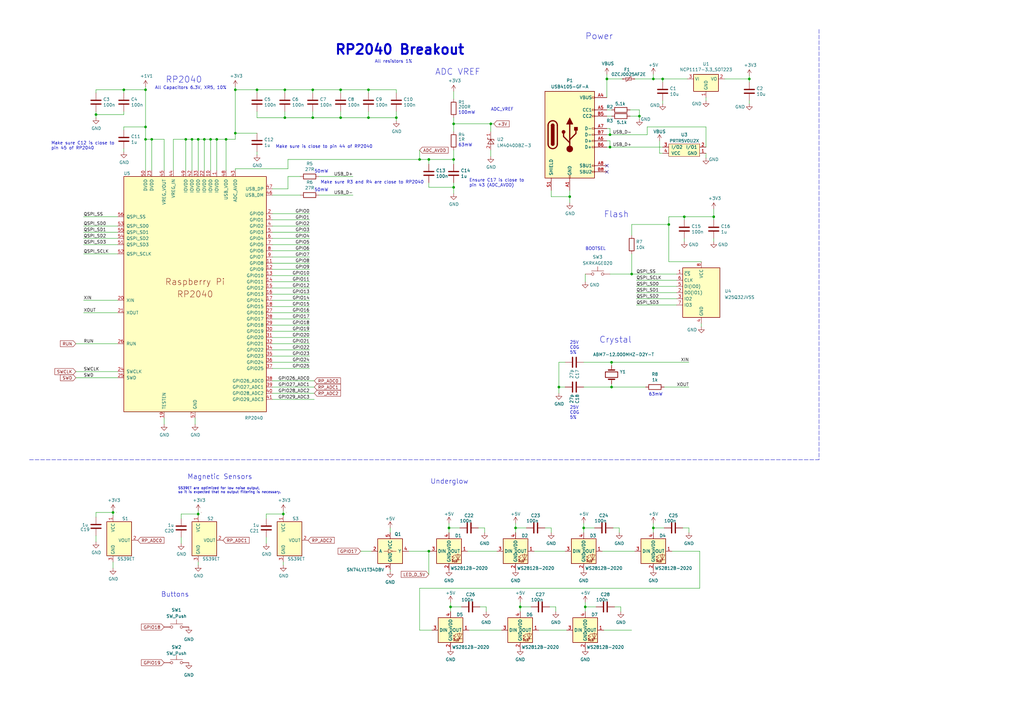
<source format=kicad_sch>
(kicad_sch (version 20230121) (generator eeschema)
  (paper "A3")
  (title_block (title "RP2040 Minimal Design Example") (date "2020-12-18") (rev "REV1") (company "Raspberry Pi (Trading) Ltd"))
  (junction (at 172.085 65.405))
  (junction (at 59.69 36.83))
  (junction (at 250.825 158.75))
  (junction (at 184.15 216.535))
  (junction (at 162.56 48.26))
  (junction (at 46.355 210.185))
  (junction (at 280.67 88.9))
  (junction (at 262.255 47.625))
  (junction (at 96.52 54.61))
  (junction (at 186.055 50.8))
  (junction (at 233.68 80.645))
  (junction (at 151.13 48.26))
  (junction (at 116.205 210.82))
  (junction (at 267.97 32.385))
  (junction (at 211.455 216.535))
  (junction (at 240.03 248.92))
  (junction (at 50.8 36.83))
  (junction (at 86.36 57.15))
  (junction (at 201.295 50.8))
  (junction (at 186.055 65.405))
  (junction (at 259.08 112.395))
  (junction (at 267.97 216.535))
  (junction (at 76.2 57.15))
  (junction (at 213.36 248.92))
  (junction (at 116.84 48.26))
  (junction (at 271.78 32.385))
  (junction (at 83.82 57.15))
  (junction (at 62.23 57.15))
  (junction (at 184.785 248.92))
  (junction (at 248.92 32.385))
  (junction (at 292.735 88.9))
  (junction (at 92.71 57.15))
  (junction (at 307.34 32.385))
  (junction (at 151.13 36.83))
  (junction (at 250.19 60.325))
  (junction (at 59.69 57.15))
  (junction (at 96.52 36.83))
  (junction (at 88.9 57.15))
  (junction (at 274.32 92.075))
  (junction (at 59.69 52.07))
  (junction (at 78.74 57.15))
  (junction (at 81.28 57.15))
  (junction (at 81.28 210.82))
  (junction (at 250.825 148.59))
  (junction (at 250.19 55.245))
  (junction (at 128.27 36.83))
  (junction (at 229.235 158.75))
  (junction (at 128.27 48.26))
  (junction (at 39.37 46.99))
  (junction (at 116.84 36.83))
  (junction (at 175.895 226.06))
  (junction (at 105.41 36.83))
  (junction (at 239.395 216.535))
  (junction (at 139.7 48.26))
  (junction (at 175.895 65.405))
  (junction (at 186.055 76.835))
  (junction (at 139.7 36.83))
  (no_connect (at 248.92 67.945))
  (no_connect (at 248.92 70.485))
  (wire (pts (xy 184.785 248.92) (xy 184.785 250.825)))
  (wire (pts (xy 34.29 100.33) (xy 48.26 100.33)))
  (wire (pts (xy 271.78 62.865) (xy 270.51 62.865)))
  (wire (pts (xy 92.71 69.85) (xy 92.71 57.15)))
  (wire (pts (xy 74.295 220.345) (xy 74.295 222.885)))
  (wire (pts (xy 116.205 210.82) (xy 109.22 210.82)))
  (wire (pts (xy 46.355 230.505) (xy 46.355 233.045)))
  (wire (pts (xy 191.77 226.06) (xy 203.835 226.06)))
  (wire (pts (xy 48.26 128.27) (xy 34.29 128.27)))
  (wire (pts (xy 59.69 36.83) (xy 59.69 52.07)))
  (wire (pts (xy 48.26 104.14) (xy 34.29 104.14)))
  (wire (pts (xy 281.94 32.385) (xy 271.78 32.385)))
  (wire (pts (xy 247.65 258.445) (xy 259.08 258.445)))
  (wire (pts (xy 39.37 36.83) (xy 50.8 36.83)))
  (wire (pts (xy 96.52 35.56) (xy 96.52 36.83)))
  (wire (pts (xy 239.395 216.535) (xy 243.84 216.535)))
  (wire (pts (xy 128.27 36.83) (xy 139.7 36.83)))
  (wire (pts (xy 250.825 157.48) (xy 250.825 158.75)))
  (wire (pts (xy 260.35 32.385) (xy 267.97 32.385)))
  (wire (pts (xy 50.8 60.96) (xy 50.8 62.23)))
  (wire (pts (xy 50.8 52.07) (xy 59.69 52.07)))
  (wire (pts (xy 292.735 90.17) (xy 292.735 88.9)))
  (wire (pts (xy 111.76 151.13) (xy 127 151.13)))
  (wire (pts (xy 111.76 140.97) (xy 127 140.97)))
  (wire (pts (xy 292.735 88.9) (xy 280.67 88.9)))
  (wire (pts (xy 239.395 148.59) (xy 250.825 148.59)))
  (wire (pts (xy 81.28 57.15) (xy 83.82 57.15)))
  (wire (pts (xy 240.03 248.92) (xy 244.475 248.92)))
  (wire (pts (xy 139.7 45.72) (xy 139.7 48.26)))
  (wire (pts (xy 250.825 45.085) (xy 248.92 45.085)))
  (wire (pts (xy 105.41 36.83) (xy 116.84 36.83)))
  (wire (pts (xy 240.03 112.395) (xy 240.03 115.57)))
  (wire (pts (xy 274.32 92.075) (xy 274.32 88.9)))
  (wire (pts (xy 48.26 88.9) (xy 34.29 88.9)))
  (wire (pts (xy 250.825 158.75) (xy 264.795 158.75)))
  (wire (pts (xy 213.36 248.92) (xy 217.805 248.92)))
  (wire (pts (xy 186.055 74.93) (xy 186.055 76.835)))
  (wire (pts (xy 160.02 216.535) (xy 160.02 218.44)))
  (wire (pts (xy 184.785 248.92) (xy 189.23 248.92)))
  (wire (pts (xy 46.355 209.55) (xy 46.355 210.185)))
  (wire (pts (xy 118.11 69.215) (xy 118.11 65.405)))
  (wire (pts (xy 297.18 32.385) (xy 307.34 32.385)))
  (wire (pts (xy 34.29 123.19) (xy 48.26 123.19)))
  (wire (pts (xy 250.19 60.325) (xy 271.78 60.325)))
  (wire (pts (xy 267.97 216.535) (xy 272.415 216.535)))
  (wire (pts (xy 88.9 57.15) (xy 92.71 57.15)))
  (wire (pts (xy 186.055 50.8) (xy 201.295 50.8)))
  (wire (pts (xy 81.28 69.85) (xy 81.28 57.15)))
  (wire (pts (xy 111.76 120.65) (xy 127 120.65)))
  (wire (pts (xy 184.15 216.535) (xy 184.15 218.44)))
  (wire (pts (xy 116.84 48.26) (xy 105.41 48.26)))
  (wire (pts (xy 172.085 258.445) (xy 177.165 258.445)))
  (wire (pts (xy 59.69 57.15) (xy 59.69 69.85)))
  (wire (pts (xy 116.205 210.82) (xy 116.205 211.455)))
  (wire (pts (xy 111.76 138.43) (xy 127 138.43)))
  (wire (pts (xy 111.76 92.71) (xy 127 92.71)))
  (wire (pts (xy 175.895 235.585) (xy 175.895 226.06)))
  (wire (pts (xy 111.76 118.11) (xy 127 118.11)))
  (wire (pts (xy 250.19 55.245) (xy 265.43 55.245)))
  (wire (pts (xy 248.92 47.625) (xy 250.825 47.625)))
  (wire (pts (xy 265.43 52.07) (xy 265.43 55.245)))
  (wire (pts (xy 233.68 80.645) (xy 233.68 83.185)))
  (wire (pts (xy 267.97 32.385) (xy 271.78 32.385)))
  (wire (pts (xy 213.36 248.92) (xy 213.36 250.825)))
  (wire (pts (xy 96.52 54.61) (xy 105.41 54.61)))
  (wire (pts (xy 128.27 38.1) (xy 128.27 36.83)))
  (wire (pts (xy 250.19 52.705) (xy 250.19 55.245)))
  (wire (pts (xy 219.075 226.06) (xy 231.775 226.06)))
  (wire (pts (xy 76.2 69.85) (xy 76.2 57.15)))
  (polyline (pts (xy 335.915 12.065) (xy 335.915 188.595)) (stroke (width 0) (type dash)))
  (wire (pts (xy 116.84 45.72) (xy 116.84 48.26)))
  (wire (pts (xy 96.52 36.83) (xy 96.52 54.61)))
  (wire (pts (xy 199.39 248.92) (xy 199.39 250.825)))
  (wire (pts (xy 81.28 209.55) (xy 81.28 210.82)))
  (wire (pts (xy 287.02 226.06) (xy 275.59 226.06)))
  (wire (pts (xy 250.825 149.86) (xy 250.825 148.59)))
  (wire (pts (xy 231.775 158.75) (xy 229.235 158.75)))
  (wire (pts (xy 198.755 216.535) (xy 198.755 218.44)))
  (wire (pts (xy 186.055 65.405) (xy 186.055 67.31)))
  (wire (pts (xy 287.655 132.715) (xy 287.655 133.985)))
  (wire (pts (xy 105.41 38.1) (xy 105.41 36.83)))
  (wire (pts (xy 248.92 32.385) (xy 248.92 40.005)))
  (wire (pts (xy 62.23 69.85) (xy 62.23 57.15)))
  (wire (pts (xy 254 216.535) (xy 251.46 216.535)))
  (wire (pts (xy 172.085 241.3) (xy 172.085 258.445)))
  (wire (pts (xy 109.22 220.345) (xy 109.22 222.885)))
  (wire (pts (xy 92.71 57.15) (xy 96.52 57.15)))
  (wire (pts (xy 262.255 47.625) (xy 262.255 48.895)))
  (wire (pts (xy 167.64 226.06) (xy 175.895 226.06)))
  (wire (pts (xy 175.895 226.06) (xy 176.53 226.06)))
  (wire (pts (xy 34.29 92.71) (xy 48.26 92.71)))
  (wire (pts (xy 184.15 214.63) (xy 184.15 216.535)))
  (wire (pts (xy 248.92 30.48) (xy 248.92 32.385)))
  (wire (pts (xy 267.97 30.48) (xy 267.97 32.385)))
  (wire (pts (xy 83.82 57.15) (xy 86.36 57.15)))
  (wire (pts (xy 111.76 87.63) (xy 127 87.63)))
  (wire (pts (xy 88.9 57.15) (xy 88.9 69.85)))
  (wire (pts (xy 111.76 107.95) (xy 127 107.95)))
  (wire (pts (xy 227.965 248.92) (xy 227.965 250.825)))
  (wire (pts (xy 240.03 248.92) (xy 240.03 250.825)))
  (wire (pts (xy 184.785 247.015) (xy 184.785 248.92)))
  (wire (pts (xy 172.085 61.595) (xy 172.085 65.405)))
  (wire (pts (xy 307.34 41.275) (xy 307.34 42.545)))
  (wire (pts (xy 162.56 38.1) (xy 162.56 36.83)))
  (wire (pts (xy 130.81 80.01) (xy 144.78 80.01)))
  (wire (pts (xy 250.19 112.395) (xy 259.08 112.395)))
  (wire (pts (xy 111.76 133.35) (xy 127 133.35)))
  (wire (pts (xy 271.78 41.275) (xy 271.78 42.545)))
  (wire (pts (xy 111.76 105.41) (xy 127 105.41)))
  (wire (pts (xy 81.28 210.82) (xy 74.295 210.82)))
  (wire (pts (xy 34.29 95.25) (xy 48.26 95.25)))
  (wire (pts (xy 151.13 38.1) (xy 151.13 36.83)))
  (wire (pts (xy 250.19 60.325) (xy 250.19 57.785)))
  (wire (pts (xy 118.11 72.39) (xy 123.19 72.39)))
  (wire (pts (xy 67.31 69.85) (xy 67.31 57.15)))
  (wire (pts (xy 151.13 45.72) (xy 151.13 48.26)))
  (wire (pts (xy 111.76 130.81) (xy 127 130.81)))
  (wire (pts (xy 80.01 171.45) (xy 80.01 173.99)))
  (wire (pts (xy 111.76 128.27) (xy 127 128.27)))
  (wire (pts (xy 259.08 104.14) (xy 259.08 112.395)))
  (wire (pts (xy 201.295 50.8) (xy 201.295 53.975)))
  (wire (pts (xy 39.37 46.99) (xy 39.37 48.26)))
  (wire (pts (xy 280.67 88.9) (xy 274.32 88.9)))
  (wire (pts (xy 186.055 61.595) (xy 186.055 65.405)))
  (wire (pts (xy 229.235 148.59) (xy 229.235 158.75)))
  (wire (pts (xy 31.115 140.97) (xy 48.26 140.97)))
  (wire (pts (xy 39.37 46.99) (xy 50.8 46.99)))
  (wire (pts (xy 227.965 248.92) (xy 225.425 248.92)))
  (wire (pts (xy 289.56 62.865) (xy 289.56 64.77)))
  (wire (pts (xy 111.76 125.73) (xy 127 125.73)))
  (polyline (pts (xy 12.065 188.595) (xy 335.915 188.595)) (stroke (width 0) (type dash)))
  (wire (pts (xy 111.76 115.57) (xy 127 115.57)))
  (wire (pts (xy 78.74 57.15) (xy 81.28 57.15)))
  (wire (pts (xy 282.575 216.535) (xy 280.035 216.535)))
  (wire (pts (xy 39.37 219.71) (xy 39.37 222.25)))
  (wire (pts (xy 151.13 48.26) (xy 162.56 48.26)))
  (wire (pts (xy 270.51 62.865) (xy 270.51 57.785)))
  (wire (pts (xy 31.115 152.4) (xy 48.26 152.4)))
  (wire (pts (xy 277.495 117.475) (xy 260.985 117.475)))
  (wire (pts (xy 211.455 214.63) (xy 211.455 216.535)))
  (wire (pts (xy 105.41 45.72) (xy 105.41 48.26)))
  (wire (pts (xy 71.12 57.15) (xy 76.2 57.15)))
  (wire (pts (xy 198.755 216.535) (xy 196.215 216.535)))
  (wire (pts (xy 262.255 45.085) (xy 262.255 47.625)))
  (wire (pts (xy 74.295 210.82) (xy 74.295 212.725)))
  (wire (pts (xy 175.895 65.405) (xy 186.055 65.405)))
  (wire (pts (xy 239.395 158.75) (xy 250.825 158.75)))
  (wire (pts (xy 151.13 36.83) (xy 162.56 36.83)))
  (wire (pts (xy 231.775 148.59) (xy 229.235 148.59)))
  (wire (pts (xy 186.055 48.26) (xy 186.055 50.8)))
  (wire (pts (xy 130.81 72.39) (xy 144.78 72.39)))
  (wire (pts (xy 280.67 90.17) (xy 280.67 88.9)))
  (wire (pts (xy 307.34 32.385) (xy 307.34 31.115)))
  (wire (pts (xy 292.735 85.725) (xy 292.735 88.9)))
  (wire (pts (xy 265.43 52.07) (xy 289.56 52.07)))
  (wire (pts (xy 111.76 156.21) (xy 128.905 156.21)))
  (wire (pts (xy 260.985 125.095) (xy 277.495 125.095)))
  (wire (pts (xy 111.76 100.33) (xy 127 100.33)))
  (wire (pts (xy 59.69 35.56) (xy 59.69 36.83)))
  (wire (pts (xy 46.355 210.185) (xy 46.355 211.455)))
  (wire (pts (xy 96.52 69.215) (xy 96.52 69.85)))
  (wire (pts (xy 139.7 48.26) (xy 128.27 48.26)))
  (wire (pts (xy 147.955 226.06) (xy 152.4 226.06)))
  (wire (pts (xy 111.76 163.83) (xy 128.905 163.83)))
  (wire (pts (xy 111.76 158.75) (xy 128.905 158.75)))
  (wire (pts (xy 213.36 247.015) (xy 213.36 248.92)))
  (wire (pts (xy 175.895 65.405) (xy 175.895 67.31)))
  (wire (pts (xy 111.76 113.03) (xy 127 113.03)))
  (wire (pts (xy 39.37 45.72) (xy 39.37 46.99)))
  (wire (pts (xy 160.02 233.68) (xy 160.02 234.315)))
  (wire (pts (xy 240.03 247.015) (xy 240.03 248.92)))
  (wire (pts (xy 229.235 158.75) (xy 229.235 161.29)))
  (wire (pts (xy 116.205 209.55) (xy 116.205 210.82)))
  (wire (pts (xy 186.055 37.465) (xy 186.055 40.64)))
  (wire (pts (xy 105.41 63.5) (xy 105.41 62.23)))
  (wire (pts (xy 239.395 216.535) (xy 239.395 218.44)))
  (wire (pts (xy 307.34 33.655) (xy 307.34 32.385)))
  (wire (pts (xy 111.76 97.79) (xy 127 97.79)))
  (wire (pts (xy 186.055 50.8) (xy 186.055 53.975)))
  (wire (pts (xy 260.985 122.555) (xy 277.495 122.555)))
  (wire (pts (xy 287.02 226.06) (xy 287.02 241.3)))
  (wire (pts (xy 31.115 154.94) (xy 48.26 154.94)))
  (wire (pts (xy 111.76 161.29) (xy 128.905 161.29)))
  (wire (pts (xy 254.635 248.92) (xy 254.635 250.825)))
  (wire (pts (xy 39.37 38.1) (xy 39.37 36.83)))
  (wire (pts (xy 287.02 241.3) (xy 172.085 241.3)))
  (wire (pts (xy 271.78 33.655) (xy 271.78 32.385)))
  (wire (pts (xy 184.15 216.535) (xy 188.595 216.535)))
  (wire (pts (xy 86.36 69.85) (xy 86.36 57.15)))
  (wire (pts (xy 111.76 90.17) (xy 127 90.17)))
  (wire (pts (xy 239.395 214.63) (xy 239.395 216.535)))
  (wire (pts (xy 59.69 52.07) (xy 59.69 57.15)))
  (wire (pts (xy 267.97 216.535) (xy 267.97 218.44)))
  (wire (pts (xy 199.39 248.92) (xy 196.85 248.92)))
  (wire (pts (xy 50.8 36.83) (xy 59.69 36.83)))
  (wire (pts (xy 220.98 258.445) (xy 232.41 258.445)))
  (wire (pts (xy 211.455 216.535) (xy 215.9 216.535)))
  (wire (pts (xy 226.06 78.105) (xy 226.06 80.645)))
  (wire (pts (xy 116.84 36.83) (xy 128.27 36.83)))
  (wire (pts (xy 233.68 78.105) (xy 233.68 80.645)))
  (wire (pts (xy 226.06 80.645) (xy 233.68 80.645)))
  (wire (pts (xy 118.11 72.39) (xy 118.11 77.47)))
  (wire (pts (xy 247.015 226.06) (xy 260.35 226.06)))
  (wire (pts (xy 162.56 48.26) (xy 162.56 49.53)))
  (wire (pts (xy 96.52 54.61) (xy 96.52 57.15)))
  (wire (pts (xy 248.92 32.385) (xy 255.27 32.385)))
  (wire (pts (xy 111.76 110.49) (xy 127 110.49)))
  (wire (pts (xy 258.445 47.625) (xy 262.255 47.625)))
  (wire (pts (xy 118.11 65.405) (xy 172.085 65.405)))
  (wire (pts (xy 111.76 80.01) (xy 123.19 80.01)))
  (wire (pts (xy 67.31 57.15) (xy 62.23 57.15)))
  (wire (pts (xy 274.32 92.075) (xy 274.32 107.315)))
  (wire (pts (xy 274.32 107.315) (xy 287.655 107.315)))
  (wire (pts (xy 250.825 148.59) (xy 282.575 148.59)))
  (wire (pts (xy 78.74 69.85) (xy 78.74 57.15)))
  (wire (pts (xy 67.31 171.45) (xy 67.31 173.99)))
  (wire (pts (xy 254.635 248.92) (xy 252.095 248.92)))
  (wire (pts (xy 111.76 77.47) (xy 118.11 77.47)))
  (wire (pts (xy 81.28 231.775) (xy 81.28 230.505)))
  (wire (pts (xy 162.56 45.72) (xy 162.56 48.26)))
  (wire (pts (xy 248.92 52.705) (xy 250.19 52.705)))
  (wire (pts (xy 139.7 38.1) (xy 139.7 36.83)))
  (wire (pts (xy 116.84 38.1) (xy 116.84 36.83)))
  (wire (pts (xy 111.76 123.19) (xy 127 123.19)))
  (wire (pts (xy 211.455 216.535) (xy 211.455 218.44)))
  (wire (pts (xy 111.76 146.05) (xy 127 146.05)))
  (wire (pts (xy 260.985 114.935) (xy 277.495 114.935)))
  (wire (pts (xy 111.76 102.87) (xy 127 102.87)))
  (wire (pts (xy 128.27 45.72) (xy 128.27 48.26)))
  (wire (pts (xy 50.8 38.1) (xy 50.8 36.83)))
  (wire (pts (xy 172.085 65.405) (xy 175.895 65.405)))
  (wire (pts (xy 34.29 97.79) (xy 48.26 97.79)))
  (wire (pts (xy 272.415 158.75) (xy 282.575 158.75)))
  (wire (pts (xy 111.76 95.25) (xy 127 95.25)))
  (wire (pts (xy 175.895 74.93) (xy 175.895 76.835)))
  (wire (pts (xy 111.76 135.89) (xy 127 135.89)))
  (wire (pts (xy 289.56 52.07) (xy 289.56 60.325)))
  (wire (pts (xy 62.23 57.15) (xy 59.69 57.15)))
  (wire (pts (xy 259.08 92.075) (xy 259.08 96.52)))
  (wire (pts (xy 259.08 112.395) (xy 277.495 112.395)))
  (wire (pts (xy 111.76 148.59) (xy 127 148.59)))
  (wire (pts (xy 248.92 57.785) (xy 250.19 57.785)))
  (wire (pts (xy 96.52 69.215) (xy 118.11 69.215)))
  (wire (pts (xy 280.67 97.79) (xy 280.67 99.06)))
  (wire (pts (xy 39.37 210.185) (xy 39.37 212.09)))
  (wire (pts (xy 71.12 69.85) (xy 71.12 57.15)))
  (wire (pts (xy 226.06 216.535) (xy 226.06 218.44)))
  (wire (pts (xy 248.92 55.245) (xy 250.19 55.245)))
  (wire (pts (xy 282.575 216.535) (xy 282.575 218.44)))
  (wire (pts (xy 76.2 57.15) (xy 78.74 57.15)))
  (wire (pts (xy 259.08 92.075) (xy 274.32 92.075)))
  (wire (pts (xy 81.28 210.82) (xy 81.28 211.455)))
  (wire (pts (xy 83.82 69.85) (xy 83.82 57.15)))
  (wire (pts (xy 186.055 76.835) (xy 186.055 79.375)))
  (wire (pts (xy 46.355 210.185) (xy 39.37 210.185)))
  (wire (pts (xy 116.205 231.775) (xy 116.205 230.505)))
  (wire (pts (xy 277.495 120.015) (xy 260.985 120.015)))
  (wire (pts (xy 262.255 45.085) (xy 258.445 45.085)))
  (wire (pts (xy 192.405 258.445) (xy 205.74 258.445)))
  (wire (pts (xy 289.56 40.005) (xy 289.56 41.275)))
  (wire (pts (xy 226.06 216.535) (xy 223.52 216.535)))
  (wire (pts (xy 254 216.535) (xy 254 218.44)))
  (wire (pts (xy 50.8 46.99) (xy 50.8 45.72)))
  (wire (pts (xy 128.27 48.26) (xy 116.84 48.26)))
  (wire (pts (xy 50.8 53.34) (xy 50.8 52.07)))
  (wire (pts (xy 139.7 48.26) (xy 151.13 48.26)))
  (wire (pts (xy 201.295 50.8) (xy 202.565 50.8)))
  (wire (pts (xy 139.7 36.83) (xy 151.13 36.83)))
  (wire (pts (xy 248.92 60.325) (xy 250.19 60.325)))
  (wire (pts (xy 201.295 61.595) (xy 201.295 64.135)))
  (wire (pts (xy 267.97 214.63) (xy 267.97 216.535)))
  (wire (pts (xy 111.76 143.51) (xy 127 143.51)))
  (wire (pts (xy 86.36 57.15) (xy 88.9 57.15)))
  (wire (pts (xy 109.22 210.82) (xy 109.22 212.725)))
  (wire (pts (xy 292.735 97.79) (xy 292.735 99.06)))
  (wire (pts (xy 175.895 76.835) (xy 186.055 76.835)))
  (wire (pts (xy 96.52 36.83) (xy 105.41 36.83)))
  (image (at 152.4 -170.815) (scale 5.52324))
  (image (at -136.525 45.085) (scale 2.69118))
  (text "RP2040 Breakout\n" (at 137.16 22.86 0) (effects (font (size 4 4) (thickness 0.8) bold) (justify left bottom)))
  (text "All Capacitors 6.3V, XR5, 10%" (at 63.5 36.83 0) (effects (font (size 1.27 1.27)) (justify left bottom)))
  (text "Make sure C12 is close to \npin 45 of RP2040" (at 20.955 61.595 0) (effects (font (size 1.27 1.27)) (justify left bottom)))
  (text "ADC VREF" (at 178.435 31.115 0) (effects (font (size 2.54 2.54)) (justify left bottom)))
  (text "63mW" (at 266.065 162.56 0) (effects (font (size 1.27 1.27)) (justify left bottom)))
  (text "25V\nC0G\n5%" (at 233.68 145.415 0) (effects (font (size 1.27 1.27)) (justify left bottom)))
  (text "ADC_VREF" (at 201.295 45.72 0) (effects (font (size 1.27 1.27)) (justify left bottom)))
  (text "Make sure R3 and R4 are close to RP2040" (at 131.445 75.565 0) (effects (font (size 1.27 1.27)) (justify left bottom)))
  (text "Magnetic Sensors" (at 76.835 196.85 0) (effects (font (size 2 2)) (justify left bottom)))
  (text "Underglow" (at 176.53 198.755 0) (effects (font (size 2 2)) (justify left bottom)))
  (text "63mW" (at 187.96 60.325 0) (effects (font (size 1.27 1.27)) (justify left bottom)))
  (text "RP2040" (at 67.945 34.29 0) (effects (font (size 2.54 2.54)) (justify left bottom)))
  (text "SS39ET are optimized for low noise output, \nso it is expected that no output filtering is necessary." (at 73.025 202.565 0) (effects (font (size 1 1)) (justify left bottom)))
  (text "BOOTSEL" (at 240.03 102.87 0) (effects (font (size 1.27 1.27)) (justify left bottom)))
  (text "Power" (at 240.03 16.51 0) (effects (font (size 2.54 2.54)) (justify left bottom)))
  (text "Buttons" (at 66.04 245.11 0) (effects (font (size 2 2)) (justify left bottom)))
  (text "Crystal" (at 245.745 140.97 0) (effects (font (size 2.54 2.54)) (justify left bottom)))
  (text "Make sure is close to pin 44 of RP2040" (at 113.03 60.96 0) (effects (font (size 1.27 1.27)) (justify left bottom)))
  (text "All resistors 1%" (at 153.67 26.035 0) (effects (font (size 1.27 1.27)) (justify left bottom)))
  (text "50mW" (at 128.905 71.12 0) (effects (font (size 1.27 1.27)) (justify left bottom)))
  (text "25V\nC0G\n5%" (at 233.68 172.085 0) (effects (font (size 1.27 1.27)) (justify left bottom)))
  (text "50mW" (at 128.905 78.74 0) (effects (font (size 1.27 1.27)) (justify left bottom)))
  (text "Flash" (at 247.65 89.535 0) (effects (font (size 2.54 2.54)) (justify left bottom)))
  (text "Ensure C17 is close to \npin 43 (ADC_AVDD)" (at 192.405 76.835 0) (effects (font (size 1.27 1.27)) (justify left bottom)))
  (text "100mW" (at 187.96 46.99 0) (effects (font (size 1.27 1.27)) (justify left bottom)))
  (label "GPIO3" (at 127 95.25 180))
  (label "QSPI_SCLK" (at 260.985 114.935 0))
  (label "QSPI_SD2" (at 260.985 122.555 0))
  (label "GPIO22" (at 127 143.51 180))
  (label "QSPI_SD0" (at 260.985 117.475 0))
  (label "GPIO0" (at 127 87.63 180))
  (label "QSPI_SD3" (at 34.29 100.33 0))
  (label "GPIO15" (at 127 125.73 180))
  (label "GPIO2" (at 127 92.71 180))
  (label "GPIO19" (at 127 135.89 180))
  (label "XOUT" (at 34.29 128.27 0))
  (label "GPIO6" (at 127 102.87 180))
  (label "QSPI_SD1" (at 260.985 120.015 0))
  (label "QSPI_SD0" (at 34.29 92.71 0))
  (label "GPIO23" (at 127 146.05 180))
  (label "GPIO28_ADC2" (at 127 161.29 180))
  (label "GPIO17" (at 127 130.81 180))
  (label "XIN" (at 34.29 123.19 0))
  (label "USB_D+" (at 259.08 60.325 180))
  (label "USB_D+" (at 144.78 72.39 180))
  (label "USB_D-" (at 144.78 80.01 180))
  (label "SWD" (at 34.29 154.94 0))
  (label "GPIO13" (at 127 120.65 180))
  (label "GPIO5" (at 127 100.33 180))
  (label "GPIO29_ADC3" (at 127 163.83 180))
  (label "GPIO24" (at 127 148.59 180))
  (label "GPIO21" (at 127 140.97 180))
  (label "QSPI_SD3" (at 260.985 125.095 0))
  (label "GPIO10" (at 127 113.03 180))
  (label "GPIO1" (at 127 90.17 180))
  (label "RUN" (at 34.29 140.97 0))
  (label "SWCLK" (at 34.29 152.4 0))
  (label "GPIO9" (at 127 110.49 180))
  (label "XIN" (at 282.575 148.59 180))
  (label "GPIO16" (at 127 128.27 180))
  (label "GPIO20" (at 127 138.43 180))
  (label "GPIO4" (at 127 97.79 180))
  (label "GPIO8" (at 127 107.95 180))
  (label "QSPI_SD1" (at 34.29 95.25 0))
  (label "GPIO18" (at 127 133.35 180))
  (label "GPIO25" (at 127 151.13 180))
  (label "XOUT" (at 282.575 158.75 180))
  (label "GPIO12" (at 127 118.11 180))
  (label "QSPI_SCLK" (at 34.29 104.14 0))
  (label "GPIO26_ADC0" (at 127 156.21 180))
  (label "USB_D-" (at 259.08 55.245 180))
  (label "QSPI_SS" (at 34.29 88.9 0))
  (label "GPIO14" (at 127 123.19 180))
  (label "GPIO7" (at 127 105.41 180))
  (label "GPIO11" (at 127 115.57 180))
  (label "GPIO27_ADC1" (at 127 158.75 180))
  (label "QSPI_SS" (at 260.985 112.395 0))
  (label "QSPI_SD2" (at 34.29 97.79 0))
  (global_label "+3V" (shape input) (at 202.565 50.8 0) (property "Intersheetrefs" "${INTERSHEET_REFS}" (effects hide)))
  (global_label "RP_ADC0" (shape input) (at 56.515 221.615 0) (property "Intersheetrefs" "${INTERSHEET_REFS}" (effects hide)))
  (global_label "RP_ADC1" (shape input) (at 128.905 158.75 0) (property "Intersheetrefs" "${INTERSHEET_REFS}" (effects hide)))
  (global_label "RP_ADC0" (shape input) (at 128.905 156.21 0) (property "Intersheetrefs" "${INTERSHEET_REFS}" (effects hide)))
  (global_label "RP_ADC2" (shape input) (at 126.365 221.615 0) (property "Intersheetrefs" "${INTERSHEET_REFS}" (effects hide)))
  (global_label "ADC_AVDD" (shape input) (at 172.085 61.595 0) (property "Intersheetrefs" "${INTERSHEET_REFS}" (effects hide)))
  (global_label "GPIO17" (shape input) (at 147.955 226.06 180) (property "Intersheetrefs" "${INTERSHEET_REFS}" (effects hide)))
  (global_label "RP_ADC1" (shape input) (at 91.44 221.615 0) (property "Intersheetrefs" "${INTERSHEET_REFS}" (effects hide)))
  (global_label "LED_D_5V" (shape input) (at 175.895 235.585 180) (property "Intersheetrefs" "${INTERSHEET_REFS}" (effects hide)))
  (global_label "RP_ADC2" (shape input) (at 128.905 161.29 0) (property "Intersheetrefs" "${INTERSHEET_REFS}" (effects hide)))
  (global_label "GPIO19" (shape input) (at 67.31 271.78 180) (property "Intersheetrefs" "${INTERSHEET_REFS}" (effects hide)))
  (global_label "SWD" (shape input) (at 31.115 154.94 180) (property "Intersheetrefs" "${INTERSHEET_REFS}" (effects hide)))
  (global_label "GPIO18" (shape input) (at 67.31 257.175 180) (property "Intersheetrefs" "${INTERSHEET_REFS}" (effects hide)))
  (global_label "SWCLK" (shape input) (at 31.115 152.4 180) (property "Intersheetrefs" "${INTERSHEET_REFS}" (effects hide)))
  (global_label "RUN" (shape input) (at 31.115 140.97 180) (property "Intersheetrefs" "${INTERSHEET_REFS}" (effects hide)))
  (symbol (lib_id "MCU_RaspberryPi_RP2040:RP2040") (at 80.01 120.65 0) (unit 1)
    (property "Reference" "U5" (at 52.07 71.12 0))
    (property "Value" "RP2040" (at 104.14 171.45 0))
    (property "Footprint" "RP2040_minimal:RP2040-QFN-56" (effects hide))
  )
  (symbol (lib_id "Device:C") (at 235.585 148.59 270) (unit 1)
    (property "Reference" "C17" (at 236.7534 151.511 0) (effects (justify left)))
    (property "Value" "27p" (at 234.442 151.511 0) (effects (justify left)))
    (property "Footprint" "Capacitor_SMD:C_0402_1005Metric" (effects hide))
  )
  (symbol (lib_id "Device:C") (at 235.585 158.75 270) (unit 1)
    (property "Reference" "C18" (at 236.7534 161.671 0) (effects (justify left)))
    (property "Value" "27p" (at 234.442 161.671 0) (effects (justify left)))
    (property "Footprint" "Capacitor_SMD:C_0402_1005Metric" (effects hide))
  )
  (symbol (lib_id "power:GND") (at 229.235 161.29 0) (unit 1)
    (property "Reference" "#PWR024" (effects hide))
    (property "Value" "GND" (at 229.362 165.6842 0))
  )
  (symbol (lib_id "power:+3V3") (at 292.735 85.725 0) (unit 1)
    (property "Reference" "#PWR020" (effects hide))
    (property "Value" "+3V3" (at 293.116 81.3308 0))
  )
  (symbol (lib_id "power:GND") (at 287.655 133.985 0) (unit 1)
    (property "Reference" "#PWR023" (effects hide))
    (property "Value" "GND" (at 283.845 135.255 0))
  )
  (symbol (lib_id "Device:R") (at 259.08 100.33 0) (unit 1)
    (property "Reference" "R7" (at 260.858 99.1616 0) (effects (justify left)))
    (property "Value" "10k" (at 260.858 101.473 0) (effects (justify left)))
    (property "Footprint" "Capacitor_SMD:C_0402_1005Metric" (effects hide))
  )
  (symbol (lib_id "Device:C") (at 280.67 93.98 0) (unit 1)
    (property "Reference" "C15" (at 283.591 92.8116 0) (effects (justify left)))
    (property "Value" "100n" (at 283.591 95.123 0) (effects (justify left)))
    (property "Footprint" "Capacitor_SMD:C_0402_1005Metric" (effects hide))
  )
  (symbol (lib_id "power:GND") (at 280.67 99.06 0) (unit 1)
    (property "Reference" "#PWR021" (effects hide))
    (property "Value" "GND" (at 284.48 100.33 0))
  )
  (symbol (lib_id "power:GND") (at 80.01 173.99 0) (unit 1)
    (property "Reference" "#PWR026" (effects hide))
    (property "Value" "GND" (at 80.137 178.3842 0))
  )
  (symbol (lib_id "power:GND") (at 67.31 173.99 0) (unit 1)
    (property "Reference" "#PWR025" (effects hide))
    (property "Value" "GND" (at 67.437 178.3842 0))
  )
  (symbol (lib_id "Device:R") (at 127 72.39 270) (unit 1)
    (property "Reference" "R5" (at 127 67.1322 90))
    (property "Value" "27R" (at 127 69.4436 90))
    (property "Footprint" "Capacitor_SMD:C_0402_1005Metric" (effects hide))
  )
  (symbol (lib_id "Device:R") (at 127 80.01 270) (unit 1)
    (property "Reference" "R6" (at 127 74.7522 90))
    (property "Value" "27R" (at 127 77.0636 90))
    (property "Footprint" "Capacitor_SMD:C_0402_1005Metric" (effects hide))
  )
  (symbol (lib_id "power:GND") (at 233.68 83.185 0) (unit 1)
    (property "Reference" "#PWR019" (effects hide))
    (property "Value" "GND" (at 233.807 87.5792 0))
  )
  (symbol (lib_id "power:+3V3") (at 96.52 35.56 0) (unit 1)
    (property "Reference" "#PWR05" (effects hide))
    (property "Value" "+3V3" (at 96.901 31.1658 0))
  )
  (symbol (lib_id "power:+1V1") (at 59.69 35.56 0) (unit 1)
    (property "Reference" "#PWR04" (effects hide))
    (property "Value" "+1V1" (at 60.071 31.1658 0))
  )
  (symbol (lib_id "Device:C") (at 105.41 41.91 0) (unit 1)
    (property "Reference" "C5" (at 108.331 40.7416 0) (effects (justify left)))
    (property "Value" "100n" (at 108.331 43.053 0) (effects (justify left)))
    (property "Footprint" "Capacitor_SMD:C_0402_1005Metric" (effects hide))
  )
  (symbol (lib_id "Device:C") (at 116.84 41.91 0) (unit 1)
    (property "Reference" "C6" (at 119.761 40.7416 0) (effects (justify left)))
    (property "Value" "100n" (at 119.761 43.053 0) (effects (justify left)))
    (property "Footprint" "Capacitor_SMD:C_0402_1005Metric" (effects hide))
  )
  (symbol (lib_id "Device:C") (at 128.27 41.91 0) (unit 1)
    (property "Reference" "C7" (at 131.191 40.7416 0) (effects (justify left)))
    (property "Value" "100n" (at 131.191 43.053 0) (effects (justify left)))
    (property "Footprint" "Capacitor_SMD:C_0402_1005Metric" (effects hide))
  )
  (symbol (lib_id "Device:C") (at 139.7 41.91 0) (unit 1)
    (property "Reference" "C8" (at 142.621 40.7416 0) (effects (justify left)))
    (property "Value" "100n" (at 142.621 43.053 0) (effects (justify left)))
    (property "Footprint" "Capacitor_SMD:C_0402_1005Metric" (effects hide))
  )
  (symbol (lib_id "Device:C") (at 151.13 41.91 0) (unit 1)
    (property "Reference" "C9" (at 154.051 40.7416 0) (effects (justify left)))
    (property "Value" "100n" (at 154.051 43.053 0) (effects (justify left)))
    (property "Footprint" "Capacitor_SMD:C_0402_1005Metric" (effects hide))
  )
  (symbol (lib_id "Device:C") (at 162.56 41.91 0) (unit 1)
    (property "Reference" "C10" (at 165.481 40.7416 0) (effects (justify left)))
    (property "Value" "100n" (at 165.481 43.053 0) (effects (justify left)))
    (property "Footprint" "Capacitor_SMD:C_0402_1005Metric" (effects hide))
  )
  (symbol (lib_id "Device:C") (at 39.37 41.91 0) (unit 1)
    (property "Reference" "C3" (at 42.291 40.7416 0) (effects (justify left)))
    (property "Value" "100n" (at 42.291 43.053 0) (effects (justify left)))
    (property "Footprint" "Capacitor_SMD:C_0402_1005Metric" (effects hide))
  )
  (symbol (lib_id "Device:C") (at 50.8 41.91 0) (unit 1)
    (property "Reference" "C4" (at 53.721 40.7416 0) (effects (justify left)))
    (property "Value" "100n" (at 53.721 43.053 0) (effects (justify left)))
    (property "Footprint" "Capacitor_SMD:C_0402_1005Metric" (effects hide))
  )
  (symbol (lib_id "Device:C") (at 50.8 57.15 0) (unit 1)
    (property "Reference" "C11" (at 53.721 55.9816 0) (effects (justify left)))
    (property "Value" "1u" (at 53.721 58.293 0) (effects (justify left)))
    (property "Footprint" "Capacitor_SMD:C_0402_1005Metric" (effects hide))
  )
  (symbol (lib_id "Device:C") (at 105.41 58.42 0) (unit 1)
    (property "Reference" "C12" (at 108.331 57.2516 0) (effects (justify left)))
    (property "Value" "1u" (at 108.331 59.563 0) (effects (justify left)))
    (property "Footprint" "Capacitor_SMD:C_0402_1005Metric" (effects hide))
  )
  (symbol (lib_id "power:GND") (at 162.56 49.53 0) (unit 1)
    (property "Reference" "#PWR012" (effects hide))
    (property "Value" "GND" (at 162.687 53.9242 0))
  )
  (symbol (lib_id "power:GND") (at 39.37 48.26 0) (unit 1)
    (property "Reference" "#PWR010" (effects hide))
    (property "Value" "GND" (at 39.497 52.6542 0))
  )
  (symbol (lib_id "power:GND") (at 50.8 62.23 0) (unit 1)
    (property "Reference" "#PWR014" (effects hide))
    (property "Value" "GND" (at 50.927 66.6242 0))
  )
  (symbol (lib_id "power:GND") (at 105.41 63.5 0) (unit 1)
    (property "Reference" "#PWR016" (effects hide))
    (property "Value" "GND" (at 105.537 67.8942 0))
  )
  (symbol (lib_id "Regulator_Linear:NCP1117-3.3_SOT223") (at 289.56 32.385 0) (unit 1)
    (property "Reference" "U1" (at 289.56 26.2382 0))
    (property "Value" "NCP1117-3.3_SOT223" (at 289.56 28.5496 0))
    (property "Footprint" "Package_TO_SOT_SMD:SOT-223-3_TabPin2" (effects hide))
    (property "Datasheet" "http://www.onsemi.com/pub_link/Collateral/NCP1117-D.PDF" (effects hide))
  )
  (symbol (lib_id "power:GND") (at 289.56 41.275 0) (unit 1)
    (property "Reference" "#PWR07" (effects hide))
    (property "Value" "GND" (at 285.75 42.545 0))
  )
  (symbol (lib_id "power:+3V3") (at 307.34 31.115 0) (unit 1)
    (property "Reference" "#PWR03" (effects hide))
    (property "Value" "+3V3" (at 307.721 26.7208 0))
  )
  (symbol (lib_id "Device:C") (at 271.78 37.465 0) (unit 1)
    (property "Reference" "C1" (at 274.701 36.2966 0) (effects (justify left)))
    (property "Value" "10u" (at 274.701 38.608 0) (effects (justify left)))
    (property "Footprint" "Capacitor_SMD:C_0805_2012Metric" (effects hide))
  )
  (symbol (lib_id "Device:C") (at 307.34 37.465 0) (unit 1)
    (property "Reference" "C2" (at 310.261 36.2966 0) (effects (justify left)))
    (property "Value" "10u" (at 310.261 38.608 0) (effects (justify left)))
    (property "Footprint" "Capacitor_SMD:C_0805_2012Metric" (effects hide))
  )
  (symbol (lib_id "power:GND") (at 271.78 42.545 0) (unit 1)
    (property "Reference" "#PWR08" (effects hide))
    (property "Value" "GND" (at 268.605 43.18 0))
  )
  (symbol (lib_id "power:GND") (at 307.34 42.545 0) (unit 1)
    (property "Reference" "#PWR09" (effects hide))
    (property "Value" "GND" (at 303.53 43.815 0))
  )
  (symbol (lib_id "Device:R") (at 268.605 158.75 270) (unit 1)
    (property "Reference" "R8" (at 268.605 153.4922 90))
    (property "Value" "1k" (at 268.605 155.8036 90))
    (property "Footprint" "Capacitor_SMD:C_0402_1005Metric" (effects hide))
  )
  (symbol (lib_id "Device:Crystal") (at 250.825 153.67 270) (unit 1)
    (property "Reference" "Y1" (at 254.1524 152.5016 90) (effects (justify left)))
    (property "Value" "ABM7-12.000MHZ-D2Y-T" (at 243.205 145.415 90) (effects (justify left)))
    (property "Footprint" "Crystal:Crystal_SMD_Abracon_ABM7-2Pin_6.0x3.5mm" (effects hide))
  )
  (symbol (lib_id "power:GND") (at 262.255 48.895 0) (unit 1)
    (property "Reference" "#PWR011" (effects hide))
    (property "Value" "GND" (at 264.795 48.895 0))
  )
  (symbol (lib_id "power:GND") (at 186.055 79.375 0) (unit 1)
    (property "Reference" "#PWR018" (effects hide))
    (property "Value" "GND" (at 186.182 83.7692 0))
  )
  (symbol (lib_id "Device:C") (at 175.895 71.12 0) (unit 1)
    (property "Reference" "C13" (at 178.816 69.9516 0) (effects (justify left)))
    (property "Value" "100n" (at 178.816 72.263 0) (effects (justify left)))
    (property "Footprint" "Capacitor_SMD:C_0402_1005Metric" (effects hide))
  )
  (symbol (lib_id "LED:WS2812B-2020") (at 184.15 226.06 0) (unit 1)
    (property "Reference" "D1" (at 187.96 219.71 0))
    (property "Value" "WS2812B-2020" (at 192.405 233.045 0))
    (property "Footprint" "LED_SMD:LED_WS2812B-2020_PLCC4_2.0x2.0mm" (effects hide))
  )
  (symbol (lib_id "power:VBUS") (at 270.51 57.785 0) (unit 1)
    (property "Reference" "#PWR013" (effects hide))
    (property "Value" "VBUS" (at 270.51 53.975 0))
  )
  (symbol (lib_id "Device:C") (at 39.37 215.9 180) (unit 1)
    (property "Reference" "C19" (at 36.83 217.17 0) (effects (justify left)))
    (property "Value" "1u" (at 36.195 215.265 0) (effects (justify left)))
    (property "Footprint" "Capacitor_SMD:C_0402_1005Metric" (effects hide))
  )
  (symbol (lib_name "GND_1") (lib_id "power:GND") (at 282.575 218.44 0) (unit 1)
    (property "Reference" "#PWR039" (effects hide))
    (property "Value" "GND" (at 282.575 222.885 0))
  )
  (symbol (lib_id "Device:C") (at 186.055 71.12 0) (unit 1)
    (property "Reference" "C14" (at 188.976 69.9516 0) (effects (justify left)))
    (property "Value" "1u" (at 188.976 72.263 0) (effects (justify left)))
    (property "Footprint" "Capacitor_SMD:C_0402_1005Metric" (effects hide))
  )
  (symbol (lib_name "GND_1") (lib_id "power:GND") (at 184.785 266.065 0) (unit 1)
    (property "Reference" "#PWR053" (effects hide))
    (property "Value" "GND" (at 184.785 270.51 0))
  )
  (symbol (lib_id "power:+5V") (at 267.97 30.48 0) (unit 1)
    (property "Reference" "#PWR061" (effects hide))
    (property "Value" "+5V" (at 267.97 26.67 0))
  )
  (symbol (lib_name "GND_1") (lib_id "power:GND") (at 77.47 257.175 0) (unit 1)
    (property "Reference" "#PWR056" (effects hide))
    (property "Value" "GND" (at 77.47 262.255 0))
  )
  (symbol (lib_id "Device:C") (at 193.04 248.92 90) (unit 1)
    (property "Reference" "C26" (at 194.945 243.84 90) (effects (justify left)))
    (property "Value" "100n" (at 194.183 245.999 90) (effects (justify left)))
    (property "Footprint" "Capacitor_SMD:C_0402_1005Metric" (effects hide))
  )
  (symbol (lib_id "power:GND") (at 109.22 222.885 0) (unit 1)
    (property "Reference" "#PWR044" (effects hide))
    (property "Value" "GND" (at 109.347 227.2792 0))
  )
  (symbol (lib_id "power:+5V") (at 213.36 247.015 0) (unit 1)
    (property "Reference" "#PWR035" (effects hide))
    (property "Value" "+5V" (at 213.36 243.205 0))
  )
  (symbol (lib_id "power:+5V") (at 239.395 214.63 0) (unit 1)
    (property "Reference" "#PWR033" (effects hide))
    (property "Value" "+5V" (at 239.395 210.82 0))
  )
  (symbol (lib_id "Device:C") (at 192.405 216.535 90) (unit 1)
    (property "Reference" "C22" (at 194.31 211.455 90) (effects (justify left)))
    (property "Value" "100n" (at 193.548 213.614 90) (effects (justify left)))
    (property "Footprint" "Capacitor_SMD:C_0402_1005Metric" (effects hide))
  )
  (symbol (lib_name "GND_1") (lib_id "power:GND") (at 77.47 271.78 0) (unit 1)
    (property "Reference" "#PWR060" (effects hide))
    (property "Value" "GND" (at 77.47 276.86 0))
  )
  (symbol (lib_name "GND_1") (lib_id "power:GND") (at 227.965 250.825 0) (unit 1)
    (property "Reference" "#PWR052" (effects hide))
    (property "Value" "GND" (at 227.965 255.27 0))
  )
  (symbol (lib_id "Device:R") (at 186.055 44.45 0) (unit 1)
    (property "Reference" "R1" (at 187.96 41.91 0) (effects (justify left)))
    (property "Value" "200R" (at 187.96 43.815 0) (effects (justify left)))
    (property "Footprint" "Capacitor_SMD:C_0603_1608Metric" (effects hide))
  )
  (symbol (lib_id "Reference_Voltage:LM4040DBZ-3") (at 201.295 57.785 90) (unit 1)
    (property "Reference" "U2" (at 203.835 57.15 90) (effects (justify right)))
    (property "Value" "LM4040DBZ-3" (at 203.835 59.69 90) (effects (justify right)))
    (property "Footprint" "Package_TO_SOT_SMD:SOT-23" (effects hide))
    (property "Datasheet" "http://www.ti.com/lit/ds/symlink/lm4040-n.pdf" (effects hide))
  )
  (symbol (lib_id "LED:WS2812B-2020") (at 184.785 258.445 0) (unit 1)
    (property "Reference" "D5" (at 188.595 252.095 0))
    (property "Value" "WS2812B-2020" (at 193.04 265.43 0))
    (property "Footprint" "LED_SMD:LED_WS2812B-2020_PLCC4_2.0x2.0mm" (effects hide))
  )
  (symbol (lib_name "GND_1") (lib_id "power:GND") (at 254 218.44 0) (unit 1)
    (property "Reference" "#PWR038" (effects hide))
    (property "Value" "GND" (at 254 222.885 0))
  )
  (symbol (lib_id "power:+3V3") (at 81.28 209.55 0) (unit 1)
    (property "Reference" "#PWR028" (effects hide))
    (property "Value" "+3V3" (at 81.661 205.1558 0))
  )
  (symbol (lib_id "Device:C") (at 109.22 216.535 180) (unit 1)
    (property "Reference" "C21" (at 106.299 217.7034 0) (effects (justify left)))
    (property "Value" "1u" (at 106.299 215.392 0) (effects (justify left)))
    (property "Footprint" "Capacitor_SMD:C_0402_1005Metric" (effects hide))
  )
  (symbol (lib_name "GND_1") (lib_id "power:GND") (at 211.455 233.68 0) (unit 1)
    (property "Reference" "#PWR047" (effects hide))
    (property "Value" "GND" (at 211.455 238.125 0))
  )
  (symbol (lib_id "Connector:USB_C_Receptacle_USB2.0") (at 233.68 55.245 0) (unit 1)
    (property "Reference" "P1" (at 233.68 33.02 0))
    (property "Value" "USB4105-GF-A" (at 233.68 35.56 0))
    (property "Footprint" "Connector_USB:USB_C_Receptacle_GCT_USB4105-xx-A_16P_TopMnt_Horizontal" (effects hide))
    (property "Datasheet" "https://www.usb.org/sites/default/files/documents/usb_type-c.zip" (effects hide))
  )
  (symbol (lib_id "power:GND") (at 46.355 233.045 0) (unit 1)
    (property "Reference" "#PWR041" (effects hide))
    (property "Value" "GND" (at 46.482 237.4392 0))
  )
  (symbol (lib_id "power:GND") (at 201.295 64.135 0) (unit 1)
    (property "Reference" "#PWR017" (effects hide))
    (property "Value" "GND" (at 201.422 68.5292 0))
  )
  (symbol (lib_id "power:+5V") (at 184.15 214.63 0) (unit 1)
    (property "Reference" "#PWR02" (effects hide))
    (property "Value" "+5V" (at 184.15 210.82 0))
  )
  (symbol (lib_id "Switch:SW_Push") (at 72.39 271.78 0) (unit 1)
    (property "Reference" "SW2" (at 72.39 265.43 0))
    (property "Value" "SW_Push" (at 72.39 267.97 0))
    (property "Footprint" "Button_Switch_SMD:SW_Push_1P1T_NO_6x6mm_H9.5mm" (effects hide))
  )
  (symbol (lib_id "power:GND") (at 39.37 222.25 0) (unit 1)
    (property "Reference" "#PWR040" (effects hide))
    (property "Value" "GND" (at 39.497 226.6442 0))
  )
  (symbol (lib_id "keebio:PRTR5V0U2X") (at 280.67 61.595 180) (unit 1)
    (property "Reference" "U3" (at 280.67 55.245 0))
    (property "Value" "PRTR5V0U2X" (at 280.67 57.785 0))
    (property "Footprint" "Package_TO_SOT_SMD:SOT-143" (effects hide))
  )
  (symbol (lib_id "power:GND") (at 240.03 115.57 0) (unit 1)
    (property "Reference" "#PWR031" (effects hide))
    (property "Value" "GND" (at 243.84 116.84 0))
  )
  (symbol (lib_name "GND_1") (lib_id "power:GND") (at 160.02 234.315 0) (unit 1)
    (property "Reference" "#PWR064" (effects hide))
    (property "Value" "GND" (at 160.02 238.76 0))
  )
  (symbol (lib_id "Device:C") (at 292.735 93.98 0) (unit 1)
    (property "Reference" "C16" (at 295.656 92.8116 0) (effects (justify left)))
    (property "Value" "1u" (at 295.656 95.123 0) (effects (justify left)))
    (property "Footprint" "Capacitor_SMD:C_0402_1005Metric" (effects hide))
  )
  (symbol (lib_name "GND_1") (lib_id "power:GND") (at 239.395 233.68 0) (unit 1)
    (property "Reference" "#PWR048" (effects hide))
    (property "Value" "GND" (at 239.395 238.125 0))
  )
  (symbol (lib_name "GND_1") (lib_id "power:GND") (at 199.39 250.825 0) (unit 1)
    (property "Reference" "#PWR050" (effects hide))
    (property "Value" "GND" (at 199.39 255.27 0))
  )
  (symbol (lib_id "power:+3V3") (at 116.205 209.55 0) (unit 1)
    (property "Reference" "#PWR029" (effects hide))
    (property "Value" "+3V3" (at 116.586 205.1558 0))
  )
  (symbol (lib_name "GND_1") (lib_id "power:GND") (at 240.03 266.065 0) (unit 1)
    (property "Reference" "#PWR058" (effects hide))
    (property "Value" "GND" (at 240.03 270.51 0))
  )
  (symbol (lib_id "power:+3V3") (at 186.055 37.465 0) (unit 1)
    (property "Reference" "#PWR06" (effects hide))
    (property "Value" "+3V3" (at 186.436 33.0708 0))
  )
  (symbol (lib_id "LED:WS2812B-2020") (at 239.395 226.06 0) (unit 1)
    (property "Reference" "D3" (at 243.205 219.71 0))
    (property "Value" "WS2812B-2020" (at 247.65 233.045 0))
    (property "Footprint" "LED_SMD:LED_WS2812B-2020_PLCC4_2.0x2.0mm" (effects hide))
  )
  (symbol (lib_id "power:GND") (at 74.295 222.885 0) (unit 1)
    (property "Reference" "#PWR042" (effects hide))
    (property "Value" "GND" (at 74.422 227.2792 0))
  )
  (symbol (lib_id "power:VBUS") (at 248.92 30.48 0) (unit 1)
    (property "Reference" "#PWR01" (effects hide))
    (property "Value" "VBUS" (at 249.301 26.0858 0))
  )
  (symbol (lib_id "Device:C") (at 219.71 216.535 90) (unit 1)
    (property "Reference" "C23" (at 221.615 211.455 90) (effects (justify left)))
    (property "Value" "100n" (at 220.853 213.614 90) (effects (justify left)))
    (property "Footprint" "Capacitor_SMD:C_0402_1005Metric" (effects hide))
  )
  (symbol (lib_id "Sensor_Magnetic:SS39ET") (at 83.82 219.075 0) (unit 1)
    (property "Reference" "S2" (at 87.63 212.725 0) (effects (justify right)))
    (property "Value" "SS39ET" (at 90.17 229.235 0) (effects (justify right)))
    (property "Footprint" "Package_TO_SOT_SMD:SOT-23-3" (effects hide))
  )
  (symbol (lib_name "GND_1") (lib_id "power:GND") (at 184.15 233.68 0) (unit 1)
    (property "Reference" "#PWR046" (effects hide))
    (property "Value" "GND" (at 184.15 238.125 0))
  )
  (symbol (lib_id "LED:WS2812B-2020") (at 267.97 226.06 0) (unit 1)
    (property "Reference" "D4" (at 271.78 219.71 0))
    (property "Value" "WS2812B-2020" (at 276.225 233.045 0))
    (property "Footprint" "LED_SMD:LED_WS2812B-2020_PLCC4_2.0x2.0mm" (effects hide))
  )
  (symbol (lib_id "Sensor_Magnetic:SS39ET") (at 118.745 219.075 0) (unit 1)
    (property "Reference" "S3" (at 122.555 212.725 0) (effects (justify right)))
    (property "Value" "SS39ET" (at 125.095 229.235 0) (effects (justify right)))
    (property "Footprint" "Package_TO_SOT_SMD:SOT-23-3" (effects hide))
  )
  (symbol (lib_id "LED:WS2812B-2020") (at 213.36 258.445 0) (unit 1)
    (property "Reference" "D6" (at 217.17 252.095 0))
    (property "Value" "WS2812B-2020" (at 221.615 265.43 0))
    (property "Footprint" "LED_SMD:LED_WS2812B-2020_PLCC4_2.0x2.0mm" (effects hide))
  )
  (symbol (lib_id "power:+5V") (at 160.02 216.535 0) (unit 1)
    (property "Reference" "#PWR030" (effects hide))
    (property "Value" "+5V" (at 160.02 212.725 0))
  )
  (symbol (lib_id "power:+5V") (at 240.03 247.015 0) (unit 1)
    (property "Reference" "#PWR055" (effects hide))
    (property "Value" "+5V" (at 240.03 243.205 0))
  )
  (symbol (lib_id "power:+5V") (at 184.785 247.015 0) (unit 1)
    (property "Reference" "#PWR034" (effects hide))
    (property "Value" "+5V" (at 184.785 243.205 0))
  )
  (symbol (lib_id "Device:C") (at 248.285 248.92 90) (unit 1)
    (property "Reference" "C28" (at 250.19 243.84 90) (effects (justify left)))
    (property "Value" "100n" (at 249.428 245.999 90) (effects (justify left)))
    (property "Footprint" "Capacitor_SMD:C_0402_1005Metric" (effects hide))
  )
  (symbol (lib_id "Device:R") (at 186.055 57.785 0) (unit 1)
    (property "Reference" "R4" (at 187.96 55.245 0) (effects (justify left)))
    (property "Value" "1R" (at 187.96 57.15 0) (effects (justify left)))
    (property "Footprint" "Capacitor_SMD:C_0603_1608Metric" (effects hide))
  )
  (symbol (lib_id "Switch:SW_Push") (at 245.11 112.395 0) (unit 1)
    (property "Reference" "SW3" (at 245.11 105.41 0))
    (property "Value" "SKRKAGE020" (at 245.11 107.95 0))
    (property "Footprint" "Button_Switch_SMD:SW_Push_SPST_NO_Alps_SKRK" (effects hide))
  )
  (symbol (lib_id "LED:WS2812B-2020") (at 211.455 226.06 0) (unit 1)
    (property "Reference" "D2" (at 215.265 219.71 0))
    (property "Value" "WS2812B-2020" (at 219.71 233.045 0))
    (property "Footprint" "LED_SMD:LED_WS2812B-2020_PLCC4_2.0x2.0mm" (effects hide))
  )
  (symbol (lib_id "power:GND") (at 81.28 231.775 0) (unit 1)
    (property "Reference" "#PWR043" (effects hide))
    (property "Value" "GND" (at 81.407 236.1692 0))
  )
  (symbol (lib_id "power:GND") (at 116.205 231.775 0) (unit 1)
    (property "Reference" "#PWR045" (effects hide))
    (property "Value" "GND" (at 116.332 236.1692 0))
  )
  (symbol (lib_id "Device:C") (at 221.615 248.92 90) (unit 1)
    (property "Reference" "C27" (at 223.52 243.84 90) (effects (justify left)))
    (property "Value" "100n" (at 222.758 245.999 90) (effects (justify left)))
    (property "Footprint" "Capacitor_SMD:C_0402_1005Metric" (effects hide))
  )
  (symbol (lib_id "power:+5V") (at 211.455 214.63 0) (unit 1)
    (property "Reference" "#PWR032" (effects hide))
    (property "Value" "+5V" (at 211.455 210.82 0))
  )
  (symbol (lib_id "Device:R") (at 254.635 47.625 90) (unit 1)
    (property "Reference" "R3" (at 251.46 49.53 90) (effects (justify left)))
    (property "Value" "5.1k" (at 257.175 50.165 90) (effects (justify left)))
    (property "Footprint" "Capacitor_SMD:C_0402_1005Metric" (effects hide))
  )
  (symbol (lib_id "Sensor_Magnetic:SS39ET") (at 48.895 219.075 0) (unit 1)
    (property "Reference" "S1" (at 52.705 212.725 0) (effects (justify right)))
    (property "Value" "SS39ET" (at 55.245 229.235 0) (effects (justify right)))
    (property "Footprint" "Package_TO_SOT_SMD:SOT-23-3" (effects hide))
  )
  (symbol (lib_id "Memory_Flash:W25Q32JVSS") (at 287.655 120.015 0) (unit 1)
    (property "Reference" "U4" (at 297.18 119.38 0) (effects (justify left)))
    (property "Value" "W25Q32JVSS" (at 297.18 121.92 0) (effects (justify left)))
    (property "Footprint" "Package_SO:SOIC-8_5.23x5.23mm_P1.27mm" (effects hide))
    (property "Datasheet" "http://www.winbond.com/resource-files/w25q32jv%20revg%2003272018%20plus.pdf" (effects hide))
  )
  (symbol (lib_id "power:+5V") (at 267.97 214.63 0) (unit 1)
    (property "Reference" "#PWR051" (effects hide))
    (property "Value" "+5V" (at 267.97 210.82 0))
  )
  (symbol (lib_id "power:GND") (at 292.735 99.06 0) (unit 1)
    (property "Reference" "#PWR022" (effects hide))
    (property "Value" "GND" (at 296.545 100.33 0))
  )
  (symbol (lib_name "GND_1") (lib_id "power:GND") (at 254.635 250.825 0) (unit 1)
    (property "Reference" "#PWR057" (effects hide))
    (property "Value" "GND" (at 254.635 255.27 0))
  )
  (symbol (lib_id "power:GND") (at 289.56 64.77 0) (unit 1)
    (property "Reference" "#PWR015" (effects hide))
    (property "Value" "GND" (at 292.735 65.405 0))
  )
  (symbol (lib_id "Logic_LevelTranslator:SN74LV1T34DBV") (at 160.02 226.06 0) (unit 1)
    (property "Reference" "Q1" (at 163.195 219.075 0))
    (property "Value" "SN74LV1T34DBV" (at 149.86 233.68 0))
    (property "Footprint" "Package_TO_SOT_SMD:SOT-23-5" (effects hide))
    (property "Datasheet" "https://www.ti.com/lit/ds/symlink/sn74lv1t34.pdf" (effects hide))
  )
  (symbol (lib_name "GND_1") (lib_id "power:GND") (at 226.06 218.44 0) (unit 1)
    (property "Reference" "#PWR037" (effects hide))
    (property "Value" "GND" (at 226.06 222.885 0))
  )
  (symbol (lib_id "Device:R") (at 254.635 45.085 90) (unit 1)
    (property "Reference" "R2" (at 251.46 43.815 90) (effects (justify left)))
    (property "Value" "5.1k" (at 256.54 42.545 90) (effects (justify left)))
    (property "Footprint" "Capacitor_SMD:C_0402_1005Metric" (effects hide))
  )
  (symbol (lib_id "Device:C") (at 247.65 216.535 90) (unit 1)
    (property "Reference" "C24" (at 249.555 211.455 90) (effects (justify left)))
    (property "Value" "100n" (at 248.793 213.614 90) (effects (justify left)))
    (property "Footprint" "Capacitor_SMD:C_0402_1005Metric" (effects hide))
  )
  (symbol (lib_name "GND_1") (lib_id "power:GND") (at 267.97 233.68 0) (unit 1)
    (property "Reference" "#PWR049" (effects hide))
    (property "Value" "GND" (at 267.97 238.125 0))
  )
  (symbol (lib_id "Switch:SW_Push") (at 72.39 257.175 0) (unit 1)
    (property "Reference" "SW1" (at 72.39 250.19 0))
    (property "Value" "SW_Push" (at 72.39 252.73 0))
    (property "Footprint" "Button_Switch_SMD:SW_Push_1P1T_NO_6x6mm_H9.5mm" (effects hide))
  )
  (symbol (lib_name "GND_1") (lib_id "power:GND") (at 213.36 266.065 0) (unit 1)
    (property "Reference" "#PWR054" (effects hide))
    (property "Value" "GND" (at 213.36 270.51 0))
  )
  (symbol (lib_id "power:+3V3") (at 46.355 209.55 0) (unit 1)
    (property "Reference" "#PWR027" (effects hide))
    (property "Value" "+3V3" (at 46.736 205.1558 0))
  )
  (symbol (lib_id "Device:C") (at 74.295 216.535 180) (unit 1)
    (property "Reference" "C20" (at 71.374 217.7034 0) (effects (justify left)))
    (property "Value" "1u" (at 71.374 215.392 0) (effects (justify left)))
    (property "Footprint" "Capacitor_SMD:C_0402_1005Metric" (effects hide))
  )
  (symbol (lib_id "Device:Polyfuse_Small") (at 257.81 32.385 90) (unit 1)
    (property "Reference" "F1" (at 257.175 28.575 90))
    (property "Value" "0ZCJ0025AF2E" (at 257.81 30.48 90))
    (property "Footprint" "Fuse:Fuse_1206_3216Metric" (effects hide))
  )
  (symbol (lib_name "GND_1") (lib_id "power:GND") (at 198.755 218.44 0) (unit 1)
    (property "Reference" "#PWR036" (effects hide))
    (property "Value" "GND" (at 198.755 222.885 0))
  )
  (symbol (lib_id "LED:WS2812B-2020") (at 240.03 258.445 0) (unit 1)
    (property "Reference" "D7" (at 243.84 252.095 0))
    (property "Value" "WS2812B-2020" (at 248.285 265.43 0))
    (property "Footprint" "LED_SMD:LED_WS2812B-2020_PLCC4_2.0x2.0mm" (effects hide))
  )
  (symbol (lib_id "Device:C") (at 276.225 216.535 90) (unit 1)
    (property "Reference" "C25" (at 278.13 211.455 90) (effects (justify left)))
    (property "Value" "100n" (at 277.368 213.614 90) (effects (justify left)))
    (property "Footprint" "Capacitor_SMD:C_0402_1005Metric" (effects hide))
  )
)
</source>
